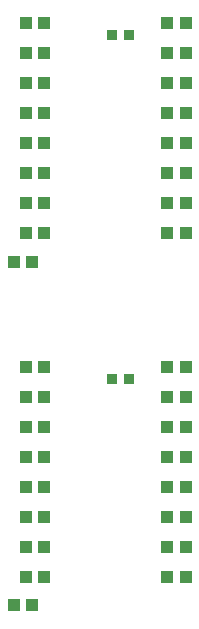
<source format=gbp>
G04 Layer: BottomPasteMaskLayer*
G04 Panelize: , Column: 2, Row: 2, Board Size: 58.42mm x 58.42mm, Panelized Board Size: 118.84mm x 118.84mm*
G04 EasyEDA v6.5.34, 2023-09-05 23:37:52*
G04 71e8e7d8462e44579d9289b60e05a131,5a6b42c53f6a479593ecc07194224c93,10*
G04 Gerber Generator version 0.2*
G04 Scale: 100 percent, Rotated: No, Reflected: No *
G04 Dimensions in millimeters *
G04 leading zeros omitted , absolute positions ,4 integer and 5 decimal *
%FSLAX45Y45*%
%MOMM*%

%AMMACRO1*21,1,$1,$2,0,0,$3*%
%ADD10MACRO1,1X1.1X0.0000*%
%ADD11MACRO1,0.8X0.9X0.0000*%

%LPD*%
D10*
G01*
X2142517Y330200D03*
G01*
X2302517Y330200D03*
G01*
X2142492Y3238500D03*
G01*
X2302492Y3238500D03*
D11*
G01*
X3118001Y2247900D03*
G01*
X2978001Y2247900D03*
G01*
X3117975Y5156200D03*
G01*
X2977976Y5156200D03*
D10*
G01*
X2244090Y823597D03*
G01*
X2404088Y823597D03*
G01*
X2244090Y2093597D03*
G01*
X2404088Y2093597D03*
G01*
X2404099Y2347597D03*
G01*
X2244101Y2347597D03*
G01*
X2244090Y1839597D03*
G01*
X2404088Y1839597D03*
G01*
X2244090Y1585600D03*
G01*
X2404088Y1585600D03*
G01*
X2244090Y1331600D03*
G01*
X2404088Y1331600D03*
G01*
X2244090Y1077600D03*
G01*
X2404088Y1077600D03*
G01*
X2404099Y569600D03*
G01*
X2244101Y569600D03*
G01*
X2244101Y3478291D03*
G01*
X2404099Y3478291D03*
G01*
X2404088Y3986291D03*
G01*
X2244090Y3986291D03*
G01*
X2404088Y4240291D03*
G01*
X2244090Y4240291D03*
G01*
X2404088Y4494291D03*
G01*
X2244090Y4494291D03*
G01*
X2404088Y4748288D03*
G01*
X2244090Y4748288D03*
G01*
X2244101Y5256288D03*
G01*
X2404099Y5256288D03*
G01*
X2404088Y5002288D03*
G01*
X2244090Y5002288D03*
G01*
X2404088Y3732288D03*
G01*
X2244090Y3732288D03*
G01*
X3440666Y5255892D03*
G01*
X3600665Y5255892D03*
G01*
X3600681Y5001892D03*
G01*
X3440681Y5001892D03*
G01*
X3600681Y4747892D03*
G01*
X3440681Y4747892D03*
G01*
X3600681Y4493892D03*
G01*
X3440681Y4493892D03*
G01*
X3600681Y4239892D03*
G01*
X3440681Y4239892D03*
G01*
X3600681Y3985892D03*
G01*
X3440681Y3985892D03*
G01*
X3600681Y3731892D03*
G01*
X3440681Y3731892D03*
G01*
X3440666Y3477892D03*
G01*
X3600665Y3477892D03*
G01*
X3440666Y569594D03*
G01*
X3600665Y569594D03*
G01*
X3600681Y823594D03*
G01*
X3440681Y823594D03*
G01*
X3600681Y1077594D03*
G01*
X3440681Y1077594D03*
G01*
X3600681Y1331594D03*
G01*
X3440681Y1331594D03*
G01*
X3600681Y1585594D03*
G01*
X3440681Y1585594D03*
G01*
X3600681Y1839594D03*
G01*
X3440681Y1839594D03*
G01*
X3600681Y2093594D03*
G01*
X3440681Y2093594D03*
G01*
X3440666Y2347594D03*
G01*
X3600665Y2347594D03*
M02*

</source>
